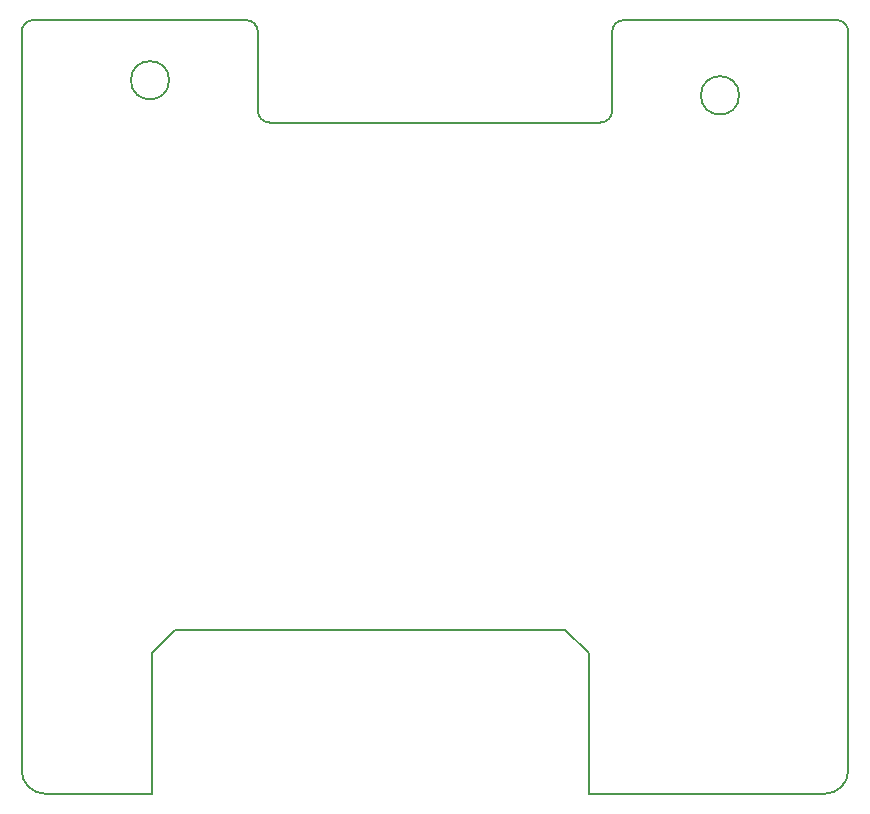
<source format=gm1>
%TF.GenerationSoftware,KiCad,Pcbnew,9.0.7-9.0.7~ubuntu24.04.1*%
%TF.CreationDate,2026-01-13T16:37:34+01:00*%
%TF.ProjectId,can_uart,63616e5f-7561-4727-942e-6b696361645f,1.0*%
%TF.SameCoordinates,Original*%
%TF.FileFunction,Profile,NP*%
%FSLAX46Y46*%
G04 Gerber Fmt 4.6, Leading zero omitted, Abs format (unit mm)*
G04 Created by KiCad (PCBNEW 9.0.7-9.0.7~ubuntu24.04.1) date 2026-01-13 16:37:34*
%MOMM*%
%LPD*%
G01*
G04 APERTURE LIST*
%TA.AperFunction,Profile*%
%ADD10C,0.150000*%
%TD*%
G04 APERTURE END LIST*
D10*
X118000000Y-116000000D02*
G75*
G02*
X116000000Y-114000000I0J2000000D01*
G01*
X166000000Y-58170000D02*
G75*
G02*
X165000000Y-59170000I-1000000J0D01*
G01*
X185000000Y-50500000D02*
X167000000Y-50500000D01*
X164000000Y-104100000D02*
X162000000Y-102100000D01*
X116000000Y-114000000D02*
X116000000Y-51500000D01*
X128490000Y-55590000D02*
G75*
G02*
X125250000Y-55590000I-1620000J0D01*
G01*
X125250000Y-55590000D02*
G75*
G02*
X128490000Y-55590000I1620000J0D01*
G01*
X135000000Y-50500000D02*
G75*
G02*
X136000000Y-51500000I0J-1000000D01*
G01*
X166000000Y-51500000D02*
X166000000Y-58170000D01*
X186000000Y-114000000D02*
X186000000Y-51500000D01*
X176750000Y-56870000D02*
G75*
G02*
X173510000Y-56870000I-1620000J0D01*
G01*
X173510000Y-56870000D02*
G75*
G02*
X176750000Y-56870000I1620000J0D01*
G01*
X165000000Y-59170000D02*
X137000000Y-59170000D01*
X186000000Y-114000000D02*
G75*
G02*
X184000000Y-116000000I-2000000J0D01*
G01*
X116000000Y-51500000D02*
G75*
G02*
X117000000Y-50500000I1000000J0D01*
G01*
X137000000Y-59170000D02*
G75*
G02*
X136000000Y-58170000I0J1000000D01*
G01*
X127000000Y-116000000D02*
X127000000Y-104100000D01*
X129000000Y-102100000D02*
X162000000Y-102100000D01*
X117000000Y-50500000D02*
X135000000Y-50500000D01*
X185000000Y-50500000D02*
G75*
G02*
X186000000Y-51500000I0J-1000000D01*
G01*
X136000000Y-51500000D02*
X136000000Y-58170000D01*
X164000000Y-116000000D02*
X184000000Y-116000000D01*
X118000000Y-116000000D02*
X127000000Y-116000000D01*
X164000000Y-104100000D02*
X164000000Y-116000000D01*
X166000000Y-51500000D02*
G75*
G02*
X167000000Y-50500000I1000000J0D01*
G01*
X127000000Y-104100000D02*
X129000000Y-102100000D01*
M02*

</source>
